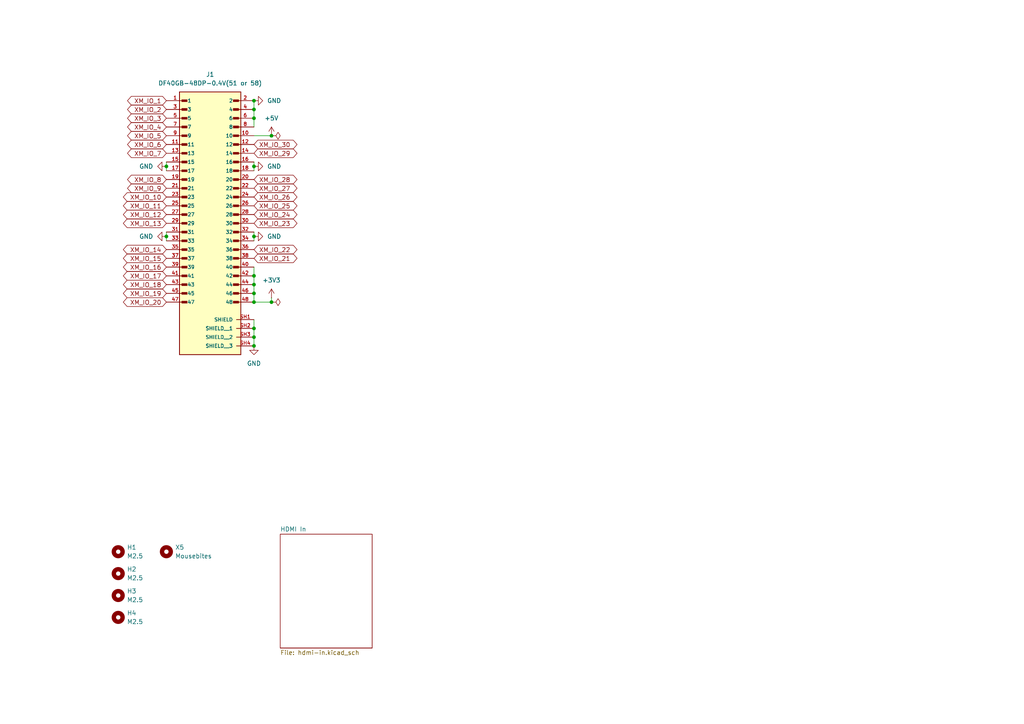
<source format=kicad_sch>
(kicad_sch (version 20231120) (generator "eeschema") (generator_version "8.0")
  (paper "A4")
  (lib_symbols
    (symbol "DF40GB_48DP_0_4V_58_:DF40GB-48DP-0.4V_58_" (pin_names (offset 1.016))
      (property "Reference" "J" (at -7.62 36.322 0))
      (property "Value" "DF40GB-48DP-0.4V_58_" (at -7.62 -43.18 0))
      (symbol "DF40GB-48DP-0.4V_58__0_0"
        (rectangle (start -8.89 -40.64) (end 8.89 35.56) (stroke (width 0.254)) (fill (type background)))
        (rectangle (start -8.255 -25.7175) (end -6.6675 -25.0825) (stroke (width 0.1)) (fill (type outline)))
        (rectangle (start -8.255 -23.1775) (end -6.6675 -22.5425) (stroke (width 0.1)) (fill (type outline)))
        (rectangle (start -8.255 -20.6375) (end -6.6675 -20.0025) (stroke (width 0.1)) (fill (type outline)))
        (rectangle (start -8.255 -18.0975) (end -6.6675 -17.4625) (stroke (width 0.1)) (fill (type outline)))
        (rectangle (start -8.255 -15.5575) (end -6.6675 -14.9225) (stroke (width 0.1)) (fill (type outline)))
        (rectangle (start -8.255 -13.0175) (end -6.6675 -12.3825) (stroke (width 0.1)) (fill (type outline)))
        (rectangle (start -8.255 -10.4775) (end -6.6675 -9.8425) (stroke (width 0.1)) (fill (type outline)))
        (rectangle (start -8.255 -7.9375) (end -6.6675 -7.3025) (stroke (width 0.1)) (fill (type outline)))
        (rectangle (start -8.255 -5.3975) (end -6.6675 -4.7625) (stroke (width 0.1)) (fill (type outline)))
        (rectangle (start -8.255 -2.8575) (end -6.6675 -2.2225) (stroke (width 0.1)) (fill (type outline)))
        (rectangle (start -8.255 -0.3175) (end -6.6675 0.3175) (stroke (width 0.1)) (fill (type outline)))
        (rectangle (start -8.255 2.2225) (end -6.6675 2.8575) (stroke (width 0.1)) (fill (type outline)))
        (rectangle (start -8.255 4.7625) (end -6.6675 5.3975) (stroke (width 0.1)) (fill (type outline)))
        (rectangle (start -8.255 7.3025) (end -6.6675 7.9375) (stroke (width 0.1)) (fill (type outline)))
        (rectangle (start -8.255 9.8425) (end -6.6675 10.4775) (stroke (width 0.1)) (fill (type outline)))
        (rectangle (start -8.255 12.3825) (end -6.6675 13.0175) (stroke (width 0.1)) (fill (type outline)))
        (rectangle (start -8.255 14.9225) (end -6.6675 15.5575) (stroke (width 0.1)) (fill (type outline)))
        (rectangle (start -8.255 17.4625) (end -6.6675 18.0975) (stroke (width 0.1)) (fill (type outline)))
        (rectangle (start -8.255 20.0025) (end -6.6675 20.6375) (stroke (width 0.1)) (fill (type outline)))
        (rectangle (start -8.255 22.5425) (end -6.6675 23.1775) (stroke (width 0.1)) (fill (type outline)))
        (rectangle (start -8.255 25.0825) (end -6.6675 25.7175) (stroke (width 0.1)) (fill (type outline)))
        (rectangle (start -8.255 27.6225) (end -6.6675 28.2575) (stroke (width 0.1)) (fill (type outline)))
        (rectangle (start -8.255 30.1625) (end -6.6675 30.7975) (stroke (width 0.1)) (fill (type outline)))
        (rectangle (start -8.255 32.7025) (end -6.6675 33.3375) (stroke (width 0.1)) (fill (type outline)))
        (rectangle (start 6.6675 -25.7175) (end 8.255 -25.0825) (stroke (width 0.1)) (fill (type outline)))
        (rectangle (start 6.6675 -23.1775) (end 8.255 -22.5425) (stroke (width 0.1)) (fill (type outline)))
        (rectangle (start 6.6675 -20.6375) (end 8.255 -20.0025) (stroke (width 0.1)) (fill (type outline)))
        (rectangle (start 6.6675 -18.0975) (end 8.255 -17.4625) (stroke (width 0.1)) (fill (type outline)))
        (rectangle (start 6.6675 -15.5575) (end 8.255 -14.9225) (stroke (width 0.1)) (fill (type outline)))
        (rectangle (start 6.6675 -13.0175) (end 8.255 -12.3825) (stroke (width 0.1)) (fill (type outline)))
        (rectangle (start 6.6675 -10.4775) (end 8.255 -9.8425) (stroke (width 0.1)) (fill (type outline)))
        (rectangle (start 6.6675 -7.9375) (end 8.255 -7.3025) (stroke (width 0.1)) (fill (type outline)))
        (rectangle (start 6.6675 -5.3975) (end 8.255 -4.7625) (stroke (width 0.1)) (fill (type outline)))
        (rectangle (start 6.6675 -2.8575) (end 8.255 -2.2225) (stroke (width 0.1)) (fill (type outline)))
        (rectangle (start 6.6675 -0.3175) (end 8.255 0.3175) (stroke (width 0.1)) (fill (type outline)))
        (rectangle (start 6.6675 2.2225) (end 8.255 2.8575) (stroke (width 0.1)) (fill (type outline)))
        (rectangle (start 6.6675 4.7625) (end 8.255 5.3975) (stroke (width 0.1)) (fill (type outline)))
        (rectangle (start 6.6675 7.3025) (end 8.255 7.9375) (stroke (width 0.1)) (fill (type outline)))
        (rectangle (start 6.6675 9.8425) (end 8.255 10.4775) (stroke (width 0.1)) (fill (type outline)))
        (rectangle (start 6.6675 12.3825) (end 8.255 13.0175) (stroke (width 0.1)) (fill (type outline)))
        (rectangle (start 6.6675 14.9225) (end 8.255 15.5575) (stroke (width 0.1)) (fill (type outline)))
        (rectangle (start 6.6675 17.4625) (end 8.255 18.0975) (stroke (width 0.1)) (fill (type outline)))
        (rectangle (start 6.6675 20.0025) (end 8.255 20.6375) (stroke (width 0.1)) (fill (type outline)))
        (rectangle (start 6.6675 22.5425) (end 8.255 23.1775) (stroke (width 0.1)) (fill (type outline)))
        (rectangle (start 6.6675 25.0825) (end 8.255 25.7175) (stroke (width 0.1)) (fill (type outline)))
        (rectangle (start 6.6675 27.6225) (end 8.255 28.2575) (stroke (width 0.1)) (fill (type outline)))
        (rectangle (start 6.6675 30.1625) (end 8.255 30.7975) (stroke (width 0.1)) (fill (type outline)))
        (rectangle (start 6.6675 32.7025) (end 8.255 33.3375) (stroke (width 0.1)) (fill (type outline)))
        (pin passive line (at -12.7 33.02 0) (length 5.08) (name "1") (number "1"))
        (pin passive line (at 12.7 22.86 180) (length 5.08) (name "10") (number "10"))
        (pin passive line (at -12.7 20.32 0) (length 5.08) (name "11") (number "11"))
        (pin passive line (at 12.7 20.32 180) (length 5.08) (name "12") (number "12"))
        (pin passive line (at -12.7 17.78 0) (length 5.08) (name "13") (number "13"))
        (pin passive line (at 12.7 17.78 180) (length 5.08) (name "14") (number "14"))
        (pin passive line (at -12.7 15.24 0) (length 5.08) (name "15") (number "15"))
        (pin passive line (at 12.7 15.24 180) (length 5.08) (name "16") (number "16"))
        (pin passive line (at -12.7 12.7 0) (length 5.08) (name "17") (number "17"))
        (pin passive line (at 12.7 12.7 180) (length 5.08) (name "18") (number "18"))
        (pin passive line (at -12.7 10.16 0) (length 5.08) (name "19") (number "19"))
        (pin passive line (at 12.7 33.02 180) (length 5.08) (name "2") (number "2"))
        (pin passive line (at 12.7 10.16 180) (length 5.08) (name "20") (number "20"))
        (pin passive line (at -12.7 7.62 0) (length 5.08) (name "21") (number "21"))
        (pin passive line (at 12.7 7.62 180) (length 5.08) (name "22") (number "22"))
        (pin passive line (at -12.7 5.08 0) (length 5.08) (name "23") (number "23"))
        (pin passive line (at 12.7 5.08 180) (length 5.08) (name "24") (number "24"))
        (pin passive line (at -12.7 2.54 0) (length 5.08) (name "25") (number "25"))
        (pin passive line (at 12.7 2.54 180) (length 5.08) (name "26") (number "26"))
        (pin passive line (at -12.7 0 0) (length 5.08) (name "27") (number "27"))
        (pin passive line (at 12.7 0 180) (length 5.08) (name "28") (number "28"))
        (pin passive line (at -12.7 -2.54 0) (length 5.08) (name "29") (number "29"))
        (pin passive line (at -12.7 30.48 0) (length 5.08) (name "3") (number "3"))
        (pin passive line (at 12.7 -2.54 180) (length 5.08) (name "30") (number "30"))
        (pin passive line (at -12.7 -5.08 0) (length 5.08) (name "31") (number "31"))
        (pin passive line (at 12.7 -5.08 180) (length 5.08) (name "32") (number "32"))
        (pin passive line (at -12.7 -7.62 0) (length 5.08) (name "33") (number "33"))
        (pin passive line (at 12.7 -7.62 180) (length 5.08) (name "34") (number "34"))
        (pin passive line (at -12.7 -10.16 0) (length 5.08) (name "35") (number "35"))
        (pin passive line (at 12.7 -10.16 180) (length 5.08) (name "36") (number "36"))
        (pin passive line (at -12.7 -12.7 0) (length 5.08) (name "37") (number "37"))
        (pin passive line (at 12.7 -12.7 180) (length 5.08) (name "38") (number "38"))
        (pin passive line (at -12.7 -15.24 0) (length 5.08) (name "39") (number "39"))
        (pin passive line (at 12.7 30.48 180) (length 5.08) (name "4") (number "4"))
        (pin passive line (at 12.7 -15.24 180) (length 5.08) (name "40") (number "40"))
        (pin passive line (at -12.7 -17.78 0) (length 5.08) (name "41") (number "41"))
        (pin passive line (at 12.7 -17.78 180) (length 5.08) (name "42") (number "42"))
        (pin passive line (at -12.7 -20.32 0) (length 5.08) (name "43") (number "43"))
        (pin passive line (at 12.7 -20.32 180) (length 5.08) (name "44") (number "44"))
        (pin passive line (at -12.7 -22.86 0) (length 5.08) (name "45") (number "45"))
        (pin passive line (at 12.7 -22.86 180) (length 5.08) (name "46") (number "46"))
        (pin passive line (at -12.7 -25.4 0) (length 5.08) (name "47") (number "47"))
        (pin passive line (at 12.7 -25.4 180) (length 5.08) (name "48") (number "48"))
        (pin passive line (at -12.7 27.94 0) (length 5.08) (name "5") (number "5"))
        (pin passive line (at 12.7 27.94 180) (length 5.08) (name "6") (number "6"))
        (pin passive line (at -12.7 25.4 0) (length 5.08) (name "7") (number "7"))
        (pin passive line (at 12.7 25.4 180) (length 5.08) (name "8") (number "8"))
        (pin passive line (at -12.7 22.86 0) (length 5.08) (name "9") (number "9"))
        (pin passive line (at 12.7 -30.48 180) (length 5.08) (name "SHIELD") (number "SH1"))
        (pin passive line (at 12.7 -33.02 180) (length 5.08) (name "SHIELD__1") (number "SH2"))
        (pin passive line (at 12.7 -35.56 180) (length 5.08) (name "SHIELD__2") (number "SH3"))
        (pin passive line (at 12.7 -38.1 180) (length 5.08) (name "SHIELD__3") (number "SH4"))
      )
    )
    (symbol "Mechanical:MountingHole" (pin_names (offset 1.016)) (exclude_from_sim yes) (in_bom no)
      (property "Reference" "H" (at 0 5.08 0))
      (property "Value" "MountingHole" (at 0 3.175 0))
      (symbol "MountingHole_0_1"
        (circle (center 0 0) (radius 1.27) (stroke (width 1.27)))
      )
    )
    (symbol "power:+3V3" (power) (pin_numbers hide) (pin_names (offset 0) hide)
      (property "Value" "+3V3" (at 0 3.556 0))
      (symbol "+3V3_0_1"
        (polyline (pts (xy -0.762 1.27) (xy 0 2.54)))
        (polyline (pts (xy 0 0) (xy 0 2.54)))
        (polyline (pts (xy 0 2.54) (xy 0.762 1.27)))
      )
      (symbol "+3V3_1_1"
        (pin power_in line (at 0 0 90) (length 0) (name "~") (number "1"))
      )
    )
    (symbol "power:+5V" (power) (pin_numbers hide) (pin_names (offset 0) hide)
      (property "Value" "+5V" (at 0 3.556 0))
      (symbol "+5V_0_1"
        (polyline (pts (xy -0.762 1.27) (xy 0 2.54)))
        (polyline (pts (xy 0 0) (xy 0 2.54)))
        (polyline (pts (xy 0 2.54) (xy 0.762 1.27)))
      )
      (symbol "+5V_1_1"
        (pin power_in line (at 0 0 90) (length 0) (name "~") (number "1"))
      )
    )
    (symbol "power:GND" (power) (pin_numbers hide) (pin_names (offset 0) hide)
      (property "Value" "GND" (at 0 -3.81 0))
      (symbol "GND_0_1"
        (polyline (pts (xy 0 0) (xy 0 -1.27) (xy 1.27 -1.27) (xy 0 -2.54) (xy -1.27 -1.27) (xy 0 -1.27)))
      )
      (symbol "GND_1_1"
        (pin power_in line (at 0 0 270) (length 0) (name "~") (number "1"))
      )
    )
    (symbol "power:PWR_FLAG" (power) (pin_numbers hide) (pin_names (offset 0) hide)
      (property "Value" "PWR_FLAG" (at 0 3.81 0))
      (symbol "PWR_FLAG_0_0"
        (pin power_out line (at 0 0 90) (length 0) (name "~") (number "1"))
      )
      (symbol "PWR_FLAG_0_1"
        (polyline (pts (xy 0 0) (xy 0 1.27) (xy -1.016 1.905) (xy 0 2.54) (xy 1.016 1.905) (xy 0 1.27)))
      )
    )
  )
  (junction (at 73.66 31.75))
  (junction (at 73.66 68.58))
  (junction (at 73.66 82.55))
  (junction (at 73.66 80.01))
  (junction (at 78.74 87.63))
  (junction (at 73.66 95.25))
  (junction (at 73.66 97.79))
  (junction (at 73.66 48.26))
  (junction (at 73.66 34.29))
  (junction (at 73.66 85.09))
  (junction (at 73.66 100.33))
  (junction (at 73.66 87.63))
  (junction (at 78.74 39.37))
  (junction (at 73.66 29.21))
  (junction (at 48.26 68.58))
  (junction (at 48.26 48.26))
  (wire (pts (xy 73.66 82.55) (xy 73.66 80.01)))
  (wire (pts (xy 48.26 48.26) (xy 48.26 49.53)))
  (wire (pts (xy 73.66 34.29) (xy 73.66 36.83)))
  (wire (pts (xy 73.66 97.79) (xy 73.66 100.33)))
  (wire (pts (xy 78.74 87.63) (xy 78.74 86.36)))
  (wire (pts (xy 73.66 31.75) (xy 73.66 29.21)))
  (wire (pts (xy 48.26 46.99) (xy 48.26 48.26)))
  (wire (pts (xy 73.66 46.99) (xy 73.66 48.26)))
  (wire (pts (xy 73.66 80.01) (xy 73.66 77.47)))
  (wire (pts (xy 73.66 67.31) (xy 73.66 68.58)))
  (wire (pts (xy 78.74 39.37) (xy 73.66 39.37)))
  (wire (pts (xy 78.74 87.63) (xy 73.66 87.63)))
  (wire (pts (xy 73.66 48.26) (xy 73.66 49.53)))
  (wire (pts (xy 73.66 92.71) (xy 73.66 95.25)))
  (wire (pts (xy 48.26 68.58) (xy 48.26 69.85)))
  (wire (pts (xy 73.66 95.25) (xy 73.66 97.79)))
  (wire (pts (xy 73.66 87.63) (xy 73.66 85.09)))
  (wire (pts (xy 73.66 34.29) (xy 73.66 31.75)))
  (wire (pts (xy 73.66 85.09) (xy 73.66 82.55)))
  (wire (pts (xy 48.26 67.31) (xy 48.26 68.58)))
  (wire (pts (xy 73.66 68.58) (xy 73.66 69.85)))
  (global_label "XM_IO_25" (shape bidirectional) (at 73.66 59.69 0) (property "Intersheetrefs" "${INTERSHEET_REFS}" (effects (hide yes))))
  (global_label "XM_IO_17" (shape bidirectional) (at 48.26 80.01 180) (property "Intersheetrefs" "${INTERSHEET_REFS}" (effects (hide yes))))
  (global_label "XM_IO_6" (shape bidirectional) (at 48.26 41.91 180) (property "Intersheetrefs" "${INTERSHEET_REFS}" (effects (hide yes))))
  (global_label "XM_IO_16" (shape bidirectional) (at 48.26 77.47 180) (property "Intersheetrefs" "${INTERSHEET_REFS}" (effects (hide yes))))
  (global_label "XM_IO_14" (shape bidirectional) (at 48.26 72.39 180) (property "Intersheetrefs" "${INTERSHEET_REFS}" (effects (hide yes))))
  (global_label "XM_IO_18" (shape bidirectional) (at 48.26 82.55 180) (property "Intersheetrefs" "${INTERSHEET_REFS}" (effects (hide yes))))
  (global_label "XM_IO_12" (shape bidirectional) (at 48.26 62.23 180) (property "Intersheetrefs" "${INTERSHEET_REFS}" (effects (hide yes))))
  (global_label "XM_IO_5" (shape bidirectional) (at 48.26 39.37 180) (property "Intersheetrefs" "${INTERSHEET_REFS}" (effects (hide yes))))
  (global_label "XM_IO_4" (shape bidirectional) (at 48.26 36.83 180) (property "Intersheetrefs" "${INTERSHEET_REFS}" (effects (hide yes))))
  (global_label "XM_IO_13" (shape bidirectional) (at 48.26 64.77 180) (property "Intersheetrefs" "${INTERSHEET_REFS}" (effects (hide yes))))
  (global_label "XM_IO_20" (shape bidirectional) (at 48.26 87.63 180) (property "Intersheetrefs" "${INTERSHEET_REFS}" (effects (hide yes))))
  (global_label "XM_IO_1" (shape bidirectional) (at 48.26 29.21 180) (property "Intersheetrefs" "${INTERSHEET_REFS}" (effects (hide yes))))
  (global_label "XM_IO_27" (shape bidirectional) (at 73.66 54.61 0) (property "Intersheetrefs" "${INTERSHEET_REFS}" (effects (hide yes))))
  (global_label "XM_IO_21" (shape bidirectional) (at 73.66 74.93 0) (property "Intersheetrefs" "${INTERSHEET_REFS}" (effects (hide yes))))
  (global_label "XM_IO_7" (shape bidirectional) (at 48.26 44.45 180) (property "Intersheetrefs" "${INTERSHEET_REFS}" (effects (hide yes))))
  (global_label "XM_IO_9" (shape bidirectional) (at 48.26 54.61 180) (property "Intersheetrefs" "${INTERSHEET_REFS}" (effects (hide yes))))
  (global_label "XM_IO_19" (shape bidirectional) (at 48.26 85.09 180) (property "Intersheetrefs" "${INTERSHEET_REFS}" (effects (hide yes))))
  (global_label "XM_IO_22" (shape bidirectional) (at 73.66 72.39 0) (property "Intersheetrefs" "${INTERSHEET_REFS}" (effects (hide yes))))
  (global_label "XM_IO_11" (shape bidirectional) (at 48.26 59.69 180) (property "Intersheetrefs" "${INTERSHEET_REFS}" (effects (hide yes))))
  (global_label "XM_IO_24" (shape bidirectional) (at 73.66 62.23 0) (property "Intersheetrefs" "${INTERSHEET_REFS}" (effects (hide yes))))
  (global_label "XM_IO_23" (shape bidirectional) (at 73.66 64.77 0) (property "Intersheetrefs" "${INTERSHEET_REFS}" (effects (hide yes))))
  (global_label "XM_IO_2" (shape bidirectional) (at 48.26 31.75 180) (property "Intersheetrefs" "${INTERSHEET_REFS}" (effects (hide yes))))
  (global_label "XM_IO_28" (shape bidirectional) (at 73.66 52.07 0) (property "Intersheetrefs" "${INTERSHEET_REFS}" (effects (hide yes))))
  (global_label "XM_IO_26" (shape bidirectional) (at 73.66 57.15 0) (property "Intersheetrefs" "${INTERSHEET_REFS}" (effects (hide yes))))
  (global_label "XM_IO_3" (shape bidirectional) (at 48.26 34.29 180) (property "Intersheetrefs" "${INTERSHEET_REFS}" (effects (hide yes))))
  (global_label "XM_IO_15" (shape bidirectional) (at 48.26 74.93 180) (property "Intersheetrefs" "${INTERSHEET_REFS}" (effects (hide yes))))
  (global_label "XM_IO_30" (shape bidirectional) (at 73.66 41.91 0) (property "Intersheetrefs" "${INTERSHEET_REFS}" (effects (hide yes))))
  (global_label "XM_IO_29" (shape bidirectional) (at 73.66 44.45 0) (property "Intersheetrefs" "${INTERSHEET_REFS}" (effects (hide yes))))
  (global_label "XM_IO_10" (shape bidirectional) (at 48.26 57.15 180) (property "Intersheetrefs" "${INTERSHEET_REFS}" (effects (hide yes))))
  (global_label "XM_IO_8" (shape bidirectional) (at 48.26 52.07 180) (property "Intersheetrefs" "${INTERSHEET_REFS}" (effects (hide yes))))
  (symbol (lib_id "power:GND") (at 73.66 48.26 90) (unit 1)
    (property "Reference" "#PWR02" (effects (hide yes)))
    (property "Value" "GND" (at 77.47 48.2599 90) (effects (justify right)))
    (property "Description" "Power symbol creates a global label with name \"GND\" , ground" (effects (hide yes)))
  )
  (symbol (lib_id "Mechanical:MountingHole") (at 34.29 179.07 0) (unit 1) (exclude_from_sim yes) (in_bom no)
    (property "Reference" "H4" (at 36.83 177.7999 0) (effects (justify left)))
    (property "Value" "M2.5" (at 36.83 180.3399 0) (effects (justify left)))
    (property "Footprint" "MountingHole:MountingHole_2.7mm_M2.5" (effects (hide yes)))
    (property "Description" "Mounting Hole without connection" (effects (hide yes)))
  )
  (symbol (lib_id "power:GND") (at 73.66 100.33 0) (unit 1)
    (property "Reference" "#PWR018" (effects (hide yes)))
    (property "Value" "GND" (at 73.66 105.41 0))
    (property "Description" "Power symbol creates a global label with name \"GND\" , ground" (effects (hide yes)))
  )
  (symbol (lib_id "power:+5V") (at 78.74 39.37 0) (unit 1)
    (property "Reference" "#PWR013" (effects (hide yes)))
    (property "Value" "+5V" (at 78.74 34.29 0))
    (property "Description" "Power symbol creates a global label with name \"+5V\"" (effects (hide yes)))
  )
  (symbol (lib_id "Mechanical:MountingHole") (at 34.29 166.37 0) (unit 1) (exclude_from_sim yes) (in_bom no)
    (property "Reference" "H2" (at 36.83 165.0999 0) (effects (justify left)))
    (property "Value" "M2.5" (at 36.83 167.6399 0) (effects (justify left)))
    (property "Footprint" "MountingHole:MountingHole_2.7mm_M2.5" (effects (hide yes)))
    (property "Description" "Mounting Hole without connection" (effects (hide yes)))
  )
  (symbol (lib_id "power:PWR_FLAG") (at 78.74 39.37 270) (unit 1)
    (property "Reference" "#FLG01" (effects (hide yes)))
    (property "Value" "PWR_FLAG" (effects (hide yes)))
    (property "Description" "Special symbol for telling ERC where power comes from" (effects (hide yes)))
  )
  (symbol (lib_id "Mechanical:MountingHole") (at 34.29 172.72 0) (unit 1) (exclude_from_sim yes) (in_bom no)
    (property "Reference" "H3" (at 36.83 171.4499 0) (effects (justify left)))
    (property "Value" "M2.5" (at 36.83 173.9899 0) (effects (justify left)))
    (property "Footprint" "MountingHole:MountingHole_2.7mm_M2.5" (effects (hide yes)))
    (property "Description" "Mounting Hole without connection" (effects (hide yes)))
  )
  (symbol (lib_id "power:GND") (at 73.66 68.58 90) (unit 1)
    (property "Reference" "#PWR01" (effects (hide yes)))
    (property "Value" "GND" (at 77.47 68.5799 90) (effects (justify right)))
    (property "Description" "Power symbol creates a global label with name \"GND\" , ground" (effects (hide yes)))
  )
  (symbol (lib_id "power:GND") (at 73.66 29.21 90) (unit 1)
    (property "Reference" "#PWR05" (effects (hide yes)))
    (property "Value" "GND" (at 77.47 29.2099 90) (effects (justify right)))
    (property "Description" "Power symbol creates a global label with name \"GND\" , ground" (effects (hide yes)))
  )
  (symbol (lib_id "Mechanical:MountingHole") (at 48.26 160.02 0) (unit 1) (exclude_from_sim yes) (in_bom no)
    (property "Reference" "X5" (at 50.8 158.7499 0) (effects (justify left)))
    (property "Value" "Mousebites" (at 50.8 161.2899 0) (effects (justify left)))
    (property "Footprint" "Mousebites:mouse-bite-2.54mm-slot" (effects (hide yes)))
    (property "Description" "Mouse bites for board break" (effects (hide yes)))
  )
  (symbol (lib_id "power:GND") (at 48.26 48.26 270) (mirror x) (unit 1)
    (property "Reference" "#PWR03" (effects (hide yes)))
    (property "Value" "GND" (at 44.45 48.2599 90) (effects (justify right)))
    (property "Description" "Power symbol creates a global label with name \"GND\" , ground" (effects (hide yes)))
  )
  (symbol (lib_id "DF40GB_48DP_0_4V_58_:DF40GB-48DP-0.4V_58_") (at 60.96 62.23 0) (unit 1)
    (property "Reference" "J1" (at 60.96 21.59 0))
    (property "Value" "DF40GB-48DP-0.4V(51 or 58)" (at 60.96 24.13 0))
    (property "Footprint" "DF40GB_48DP_0_4V_58_:HIROSE_DF40GB-48DP-0.4V_58_" (effects (hide yes)))
    (property "Datasheet" "https://www.hirose.com/en/product/document?clcode=&productname=&series=DF40&documenttype=Catalog&lang=en&documentid=en_DF40_CAT" (effects (hide yes)))
    (property "Description" "DF40 male plug, 48 pos" (effects (hide yes)))
    (property "MAXIMUM_PACKAGE_HEIGHT" "1.29mm" (effects (hide yes)))
    (property "Mfgr" "Hirose" (effects (hide yes)))
    (property "MPN" "DF40GB-48DP-0.4V(51)" (effects (hide yes)))
    (property "Digikey" "https://www.digikey.com/en/products/detail/hirose-electric-co-ltd/DF40GB-48DP-0-4V-51/5052268" (effects (hide yes)))
  )
  (symbol (lib_id "power:PWR_FLAG") (at 78.74 87.63 270) (unit 1)
    (property "Reference" "#FLG02" (effects (hide yes)))
    (property "Value" "PWR_FLAG" (effects (hide yes)))
    (property "Description" "Special symbol for telling ERC where power comes from" (effects (hide yes)))
  )
  (symbol (lib_id "Mechanical:MountingHole") (at 34.29 160.02 0) (unit 1) (exclude_from_sim yes) (in_bom no)
    (property "Reference" "H1" (at 36.83 158.7499 0) (effects (justify left)))
    (property "Value" "M2.5" (at 36.83 161.2899 0) (effects (justify left)))
    (property "Footprint" "MountingHole:MountingHole_2.7mm_M2.5" (effects (hide yes)))
    (property "Description" "Mounting Hole without connection" (effects (hide yes)))
  )
  (symbol (lib_id "power:+3V3") (at 78.74 86.36 0) (unit 1)
    (property "Reference" "#PWR06" (effects (hide yes)))
    (property "Value" "+3V3" (at 78.74 81.28 0))
    (property "Description" "Power symbol creates a global label with name \"+3V3\"" (effects (hide yes)))
  )
  (symbol (lib_id "power:GND") (at 48.26 68.58 270) (mirror x) (unit 1)
    (property "Reference" "#PWR04" (effects (hide yes)))
    (property "Value" "GND" (at 44.45 68.5799 90) (effects (justify right)))
    (property "Description" "Power symbol creates a global label with name \"GND\" , ground" (effects (hide yes)))
  )
  (sheet (at 81.28 154.94) (size 26.67 33.02) (stroke (width 0.1524))
    (property "Sheetname" "HDMI In" (at 81.28 154.2284 0) (effects (justify left bottom)))
    (property "Sheetfile" "hdmi-in.kicad_sch" (at 81.28 188.5446 0) (effects (justify left top)))
  )
)
</source>
